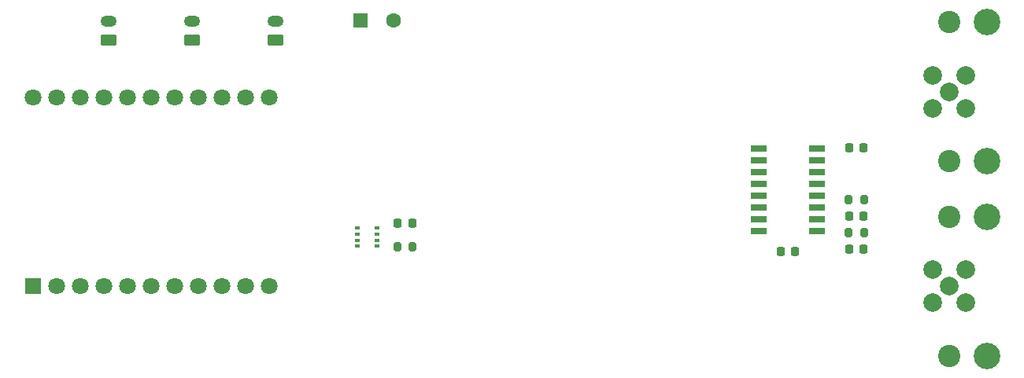
<source format=gbr>
%TF.GenerationSoftware,KiCad,Pcbnew,8.0.4*%
%TF.CreationDate,2024-07-19T16:17:39+02:00*%
%TF.ProjectId,mini-beieli-pcb-cubecell,6d696e69-2d62-4656-9965-6c692d706362,rev?*%
%TF.SameCoordinates,Original*%
%TF.FileFunction,Soldermask,Top*%
%TF.FilePolarity,Negative*%
%FSLAX46Y46*%
G04 Gerber Fmt 4.6, Leading zero omitted, Abs format (unit mm)*
G04 Created by KiCad (PCBNEW 8.0.4) date 2024-07-19 16:17:39*
%MOMM*%
%LPD*%
G01*
G04 APERTURE LIST*
G04 Aperture macros list*
%AMRoundRect*
0 Rectangle with rounded corners*
0 $1 Rounding radius*
0 $2 $3 $4 $5 $6 $7 $8 $9 X,Y pos of 4 corners*
0 Add a 4 corners polygon primitive as box body*
4,1,4,$2,$3,$4,$5,$6,$7,$8,$9,$2,$3,0*
0 Add four circle primitives for the rounded corners*
1,1,$1+$1,$2,$3*
1,1,$1+$1,$4,$5*
1,1,$1+$1,$6,$7*
1,1,$1+$1,$8,$9*
0 Add four rect primitives between the rounded corners*
20,1,$1+$1,$2,$3,$4,$5,0*
20,1,$1+$1,$4,$5,$6,$7,0*
20,1,$1+$1,$6,$7,$8,$9,0*
20,1,$1+$1,$8,$9,$2,$3,0*%
G04 Aperture macros list end*
%ADD10RoundRect,0.225000X-0.225000X-0.250000X0.225000X-0.250000X0.225000X0.250000X-0.225000X0.250000X0*%
%ADD11C,2.400000*%
%ADD12C,2.850000*%
%ADD13C,2.000000*%
%ADD14RoundRect,0.200000X-0.200000X-0.275000X0.200000X-0.275000X0.200000X0.275000X-0.200000X0.275000X0*%
%ADD15RoundRect,0.250000X0.625000X-0.350000X0.625000X0.350000X-0.625000X0.350000X-0.625000X-0.350000X0*%
%ADD16O,1.750000X1.200000*%
%ADD17R,0.500000X0.350000*%
%ADD18R,1.800000X1.800000*%
%ADD19C,1.800000*%
%ADD20R,1.800000X0.640000*%
%ADD21RoundRect,0.250000X-0.550000X-0.550000X0.550000X-0.550000X0.550000X0.550000X-0.550000X0.550000X0*%
%ADD22C,1.600000*%
G04 APERTURE END LIST*
D10*
%TO.C,C2*%
X99687000Y18855000D03*
X101237000Y18855000D03*
%TD*%
D11*
%TO.C,J1*%
X110495000Y28295000D03*
D12*
X114495000Y28295000D03*
D11*
X110495000Y43295000D03*
D12*
X114495000Y43295000D03*
D13*
X108725000Y34025000D03*
X108725000Y37565000D03*
X112265000Y34025000D03*
X112265000Y37565000D03*
X110495000Y35795000D03*
%TD*%
D11*
%TO.C,J2*%
X110495000Y7340000D03*
D12*
X114495000Y7340000D03*
D11*
X110495000Y22340000D03*
D12*
X114495000Y22340000D03*
D13*
X108725000Y13070000D03*
X108725000Y16610000D03*
X112265000Y13070000D03*
X112265000Y16610000D03*
X110495000Y14840000D03*
%TD*%
D14*
%TO.C,R2*%
X99637000Y20633000D03*
X101287000Y20633000D03*
%TD*%
D15*
%TO.C,SOLAR1*%
X29000000Y41355000D03*
D16*
X29000000Y43355000D03*
%TD*%
D10*
%TO.C,C5*%
X99687000Y29777000D03*
X101237000Y29777000D03*
%TD*%
%TO.C,C4*%
X99687000Y22411000D03*
X101237000Y22411000D03*
%TD*%
D14*
%TO.C,R3*%
X99637000Y24189000D03*
X101287000Y24189000D03*
%TD*%
D10*
%TO.C,C3*%
X92321000Y18601000D03*
X93871000Y18601000D03*
%TD*%
%TO.C,C1*%
X51141000Y21633000D03*
X52691000Y21633000D03*
%TD*%
D14*
%TO.C,R1*%
X51091000Y19123000D03*
X52741000Y19123000D03*
%TD*%
D17*
%TO.C,U1*%
X46827000Y19134000D03*
X46827000Y19784000D03*
X46827000Y20434000D03*
X46827000Y21084000D03*
X48877000Y21084000D03*
X48877000Y20434000D03*
X48877000Y19784000D03*
X48877000Y19134000D03*
%TD*%
D18*
%TO.C,HTCC-AB01*%
X11878000Y14860000D03*
D19*
X14418000Y14860000D03*
X16958000Y14860000D03*
X19498000Y14860000D03*
X22038000Y14840000D03*
X24578000Y14840000D03*
X27118000Y14840000D03*
X29658000Y14840000D03*
X32198000Y14840000D03*
X34738000Y14840000D03*
X37278000Y14840000D03*
X37278000Y35140000D03*
X34738000Y35140000D03*
X32198000Y35140000D03*
X29658000Y35140000D03*
X27118000Y35140000D03*
X24578000Y35140000D03*
X22038000Y35140000D03*
X19498000Y35140000D03*
X16958000Y35140000D03*
X14418000Y35140000D03*
X11878000Y35140000D03*
%TD*%
D20*
%TO.C,U2*%
X96201000Y20760000D03*
X96201000Y22030000D03*
X96201000Y23300000D03*
X96201000Y24570000D03*
X96201000Y25840000D03*
X96201000Y27110000D03*
X96201000Y28380000D03*
X96201000Y29650000D03*
X89991000Y29650000D03*
X89991000Y28380000D03*
X89991000Y27110000D03*
X89991000Y25840000D03*
X89991000Y24570000D03*
X89991000Y23300000D03*
X89991000Y22030000D03*
X89991000Y20760000D03*
%TD*%
D21*
%TO.C,J3*%
X47100000Y43500000D03*
D22*
X50700000Y43500000D03*
%TD*%
D15*
%TO.C,LIPO1*%
X38000000Y41355000D03*
D16*
X38000000Y43355000D03*
%TD*%
D15*
%TO.C,SWITCH1*%
X20000000Y41355000D03*
D16*
X20000000Y43355000D03*
%TD*%
M02*

</source>
